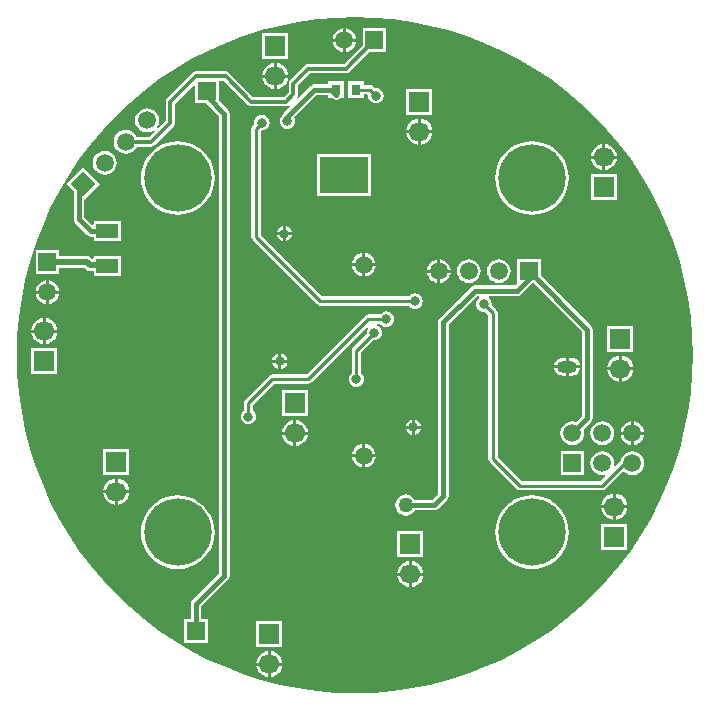
<source format=gbl>
G04 Layer_Physical_Order=2*
G04 Layer_Color=16711680*
%FSLAX24Y24*%
%MOIN*%
G70*
G01*
G75*
%ADD23C,0.0100*%
%ADD24C,0.0150*%
%ADD25C,0.0120*%
%ADD26R,0.0669X0.0669*%
%ADD27C,0.0669*%
%ADD28R,0.0591X0.0591*%
%ADD29C,0.0591*%
%ADD30C,0.2244*%
%ADD31P,0.0835X4X90.0*%
%ADD32R,0.0591X0.0591*%
%ADD33O,0.0669X0.0394*%
%ADD34C,0.0315*%
%ADD35C,0.0500*%
%ADD36R,0.0315X0.0374*%
%ADD37R,0.1600X0.1200*%
%ADD38R,0.0717X0.0457*%
%ADD39C,0.0200*%
G36*
X632Y11249D02*
X1261Y11196D01*
X1887Y11108D01*
X2507Y10984D01*
X3119Y10826D01*
X3721Y10634D01*
X4312Y10409D01*
X4888Y10151D01*
X5450Y9861D01*
X5994Y9540D01*
X6520Y9189D01*
X7025Y8809D01*
X7508Y8401D01*
X7967Y7967D01*
X8401Y7508D01*
X8809Y7025D01*
X9189Y6520D01*
X9540Y5994D01*
X9861Y5450D01*
X10151Y4888D01*
X10409Y4312D01*
X10634Y3721D01*
X10826Y3119D01*
X10984Y2507D01*
X11108Y1887D01*
X11196Y1261D01*
X11249Y632D01*
X11267Y0D01*
X11249Y-632D01*
X11196Y-1261D01*
X11108Y-1887D01*
X10984Y-2507D01*
X10826Y-3119D01*
X10634Y-3721D01*
X10409Y-4312D01*
X10151Y-4888D01*
X9861Y-5450D01*
X9540Y-5994D01*
X9189Y-6520D01*
X8809Y-7025D01*
X8401Y-7508D01*
X7967Y-7967D01*
X7508Y-8401D01*
X7025Y-8809D01*
X6520Y-9189D01*
X5994Y-9540D01*
X5450Y-9861D01*
X4888Y-10151D01*
X4312Y-10409D01*
X3721Y-10634D01*
X3119Y-10826D01*
X2507Y-10984D01*
X1887Y-11108D01*
X1261Y-11196D01*
X632Y-11249D01*
X0Y-11267D01*
X-632Y-11249D01*
X-1261Y-11196D01*
X-1887Y-11108D01*
X-2507Y-10984D01*
X-3119Y-10826D01*
X-3721Y-10634D01*
X-4312Y-10409D01*
X-4888Y-10151D01*
X-5450Y-9861D01*
X-5994Y-9540D01*
X-6520Y-9189D01*
X-7025Y-8809D01*
X-7508Y-8401D01*
X-7967Y-7967D01*
X-8401Y-7508D01*
X-8809Y-7025D01*
X-9189Y-6520D01*
X-9540Y-5994D01*
X-9861Y-5450D01*
X-10151Y-4888D01*
X-10409Y-4312D01*
X-10634Y-3721D01*
X-10826Y-3119D01*
X-10984Y-2507D01*
X-11108Y-1887D01*
X-11196Y-1261D01*
X-11249Y-632D01*
X-11267Y0D01*
X-11249Y632D01*
X-11196Y1261D01*
X-11108Y1887D01*
X-10984Y2507D01*
X-10826Y3119D01*
X-10634Y3721D01*
X-10409Y4312D01*
X-10151Y4888D01*
X-9861Y5450D01*
X-9540Y5994D01*
X-9189Y6520D01*
X-8809Y7025D01*
X-8401Y7508D01*
X-7967Y7967D01*
X-7508Y8401D01*
X-7025Y8809D01*
X-6520Y9189D01*
X-5994Y9540D01*
X-5450Y9861D01*
X-4888Y10151D01*
X-4312Y10409D01*
X-3721Y10634D01*
X-3119Y10826D01*
X-2507Y10984D01*
X-1887Y11108D01*
X-1261Y11196D01*
X-632Y11249D01*
X0Y11267D01*
X632Y11249D01*
D02*
G37*
%LPC*%
G36*
X9200Y-2208D02*
X9147Y-2215D01*
X9051Y-2255D01*
X8968Y-2318D01*
X8905Y-2401D01*
X8865Y-2497D01*
X8858Y-2550D01*
X9200D01*
Y-2208D01*
D02*
G37*
G36*
X-1950Y-2168D02*
Y-2550D01*
X-1568D01*
X-1577Y-2487D01*
X-1620Y-2381D01*
X-1690Y-2290D01*
X-1781Y-2220D01*
X-1887Y-2177D01*
X-1950Y-2168D01*
D02*
G37*
G36*
X-2050D02*
X-2113Y-2177D01*
X-2219Y-2220D01*
X-2310Y-2290D01*
X-2380Y-2381D01*
X-2423Y-2487D01*
X-2432Y-2550D01*
X-2050D01*
Y-2168D01*
D02*
G37*
G36*
X2000Y-2147D02*
Y-2350D01*
X2203D01*
X2201Y-2333D01*
X2175Y-2270D01*
X2134Y-2216D01*
X2080Y-2175D01*
X2017Y-2149D01*
X2000Y-2147D01*
D02*
G37*
G36*
X1900D02*
X1883Y-2149D01*
X1820Y-2175D01*
X1766Y-2216D01*
X1725Y-2270D01*
X1699Y-2333D01*
X1697Y-2350D01*
X1900D01*
Y-2147D01*
D02*
G37*
G36*
X9300Y-2208D02*
Y-2550D01*
X9642D01*
X9635Y-2497D01*
X9595Y-2401D01*
X9532Y-2318D01*
X9449Y-2255D01*
X9353Y-2215D01*
X9300Y-2208D01*
D02*
G37*
G36*
X2203Y-2450D02*
X2000D01*
Y-2653D01*
X2017Y-2651D01*
X2080Y-2625D01*
X2134Y-2584D01*
X2175Y-2530D01*
X2201Y-2467D01*
X2203Y-2450D01*
D02*
G37*
G36*
X8250Y-2201D02*
X8147Y-2215D01*
X8051Y-2255D01*
X7968Y-2318D01*
X7905Y-2401D01*
X7865Y-2497D01*
X7851Y-2600D01*
X7865Y-2703D01*
X7905Y-2799D01*
X7968Y-2882D01*
X8051Y-2945D01*
X8147Y-2985D01*
X8250Y-2999D01*
X8353Y-2985D01*
X8449Y-2945D01*
X8532Y-2882D01*
X8595Y-2799D01*
X8635Y-2703D01*
X8649Y-2600D01*
X8635Y-2497D01*
X8595Y-2401D01*
X8532Y-2318D01*
X8449Y-2255D01*
X8353Y-2215D01*
X8250Y-2201D01*
D02*
G37*
G36*
X-1568Y-2650D02*
X-1950D01*
Y-3032D01*
X-1887Y-3023D01*
X-1781Y-2980D01*
X-1690Y-2910D01*
X-1620Y-2819D01*
X-1577Y-2713D01*
X-1568Y-2650D01*
D02*
G37*
G36*
X-2050D02*
X-2432D01*
X-2423Y-2713D01*
X-2380Y-2819D01*
X-2310Y-2910D01*
X-2219Y-2980D01*
X-2113Y-3023D01*
X-2050Y-3032D01*
Y-2650D01*
D02*
G37*
G36*
X1900Y-2450D02*
X1697D01*
X1699Y-2467D01*
X1725Y-2530D01*
X1766Y-2584D01*
X1820Y-2625D01*
X1883Y-2651D01*
X1900Y-2653D01*
Y-2450D01*
D02*
G37*
G36*
X9642Y-2650D02*
X9300D01*
Y-2992D01*
X9353Y-2985D01*
X9449Y-2945D01*
X9532Y-2882D01*
X9595Y-2799D01*
X9635Y-2703D01*
X9642Y-2650D01*
D02*
G37*
G36*
X9200D02*
X8858D01*
X8865Y-2703D01*
X8905Y-2799D01*
X8968Y-2882D01*
X9051Y-2945D01*
X9147Y-2985D01*
X9200Y-2992D01*
Y-2650D01*
D02*
G37*
G36*
X8800Y-18D02*
X8737Y-27D01*
X8631Y-70D01*
X8540Y-140D01*
X8470Y-231D01*
X8427Y-337D01*
X8418Y-400D01*
X8800D01*
Y-18D01*
D02*
G37*
G36*
X-2247Y-250D02*
X-2450D01*
Y-453D01*
X-2433Y-451D01*
X-2370Y-425D01*
X-2316Y-384D01*
X-2275Y-330D01*
X-2249Y-267D01*
X-2247Y-250D01*
D02*
G37*
G36*
X-2550D02*
X-2753D01*
X-2751Y-267D01*
X-2725Y-330D01*
X-2684Y-384D01*
X-2630Y-425D01*
X-2567Y-451D01*
X-2550Y-453D01*
Y-250D01*
D02*
G37*
G36*
X7210Y-92D02*
X7122D01*
Y-341D01*
X7503D01*
X7499Y-313D01*
X7469Y-241D01*
X7422Y-179D01*
X7360Y-132D01*
X7287Y-102D01*
X7210Y-92D01*
D02*
G37*
G36*
X7022D02*
X6934D01*
X6857Y-102D01*
X6785Y-132D01*
X6723Y-179D01*
X6675Y-241D01*
X6645Y-313D01*
X6641Y-341D01*
X7022D01*
Y-92D01*
D02*
G37*
G36*
X8900Y-18D02*
Y-400D01*
X9282D01*
X9273Y-337D01*
X9230Y-231D01*
X9160Y-140D01*
X9069Y-70D01*
X8963Y-27D01*
X8900Y-18D01*
D02*
G37*
G36*
X-9915Y235D02*
X-10785D01*
Y-635D01*
X-9915D01*
Y235D01*
D02*
G37*
G36*
X8800Y-500D02*
X8418D01*
X8427Y-563D01*
X8470Y-669D01*
X8540Y-760D01*
X8631Y-830D01*
X8737Y-873D01*
X8800Y-882D01*
Y-500D01*
D02*
G37*
G36*
X-1565Y-1165D02*
X-2435D01*
Y-2035D01*
X-1565D01*
Y-1165D01*
D02*
G37*
G36*
X6195Y3195D02*
X5405D01*
Y2407D01*
X5326Y2328D01*
X4000D01*
X3932Y2315D01*
X3874Y2276D01*
X3874Y2276D01*
X2824Y1226D01*
X2785Y1168D01*
X2772Y1100D01*
Y-4626D01*
X2576Y-4822D01*
X2004D01*
X1950Y-4750D01*
X1877Y-4694D01*
X1791Y-4659D01*
X1700Y-4647D01*
X1609Y-4659D01*
X1523Y-4694D01*
X1450Y-4750D01*
X1394Y-4823D01*
X1359Y-4909D01*
X1347Y-5000D01*
X1359Y-5091D01*
X1394Y-5177D01*
X1450Y-5250D01*
X1523Y-5306D01*
X1609Y-5341D01*
X1700Y-5353D01*
X1791Y-5341D01*
X1877Y-5306D01*
X1950Y-5250D01*
X2004Y-5178D01*
X2650D01*
X2718Y-5165D01*
X2776Y-5126D01*
X3076Y-4826D01*
X3115Y-4768D01*
X3128Y-4700D01*
Y1026D01*
X4074Y1972D01*
X4131D01*
X4138Y1962D01*
X4130Y1894D01*
X4116Y1884D01*
X4075Y1830D01*
X4049Y1767D01*
X4040Y1700D01*
X4049Y1633D01*
X4075Y1570D01*
X4116Y1516D01*
X4170Y1475D01*
X4233Y1449D01*
X4300Y1440D01*
X4338Y1445D01*
X4447Y1337D01*
Y-3450D01*
X4459Y-3509D01*
X4492Y-3558D01*
X5392Y-4458D01*
X5441Y-4491D01*
X5500Y-4503D01*
X8250D01*
X8309Y-4491D01*
X8358Y-4458D01*
X8936Y-3880D01*
X8968Y-3882D01*
X9051Y-3945D01*
X9147Y-3985D01*
X9250Y-3999D01*
X9353Y-3985D01*
X9449Y-3945D01*
X9532Y-3882D01*
X9595Y-3799D01*
X9635Y-3703D01*
X9649Y-3600D01*
X9635Y-3497D01*
X9595Y-3401D01*
X9532Y-3318D01*
X9449Y-3255D01*
X9353Y-3215D01*
X9250Y-3201D01*
X9147Y-3215D01*
X9051Y-3255D01*
X8968Y-3318D01*
X8905Y-3401D01*
X8865Y-3497D01*
X8862Y-3522D01*
X8686Y-3697D01*
X8639Y-3674D01*
X8649Y-3600D01*
X8635Y-3497D01*
X8595Y-3401D01*
X8532Y-3318D01*
X8449Y-3255D01*
X8353Y-3215D01*
X8250Y-3201D01*
X8147Y-3215D01*
X8051Y-3255D01*
X7968Y-3318D01*
X7905Y-3401D01*
X7865Y-3497D01*
X7851Y-3600D01*
X7865Y-3703D01*
X7905Y-3799D01*
X7968Y-3882D01*
X8051Y-3945D01*
X8147Y-3985D01*
X8250Y-3999D01*
X8324Y-3989D01*
X8347Y-4036D01*
X8187Y-4197D01*
X5563D01*
X4753Y-3387D01*
Y1400D01*
X4741Y1459D01*
X4708Y1508D01*
X4555Y1662D01*
X4560Y1700D01*
X4551Y1767D01*
X4525Y1830D01*
X4484Y1884D01*
X4470Y1894D01*
X4462Y1962D01*
X4469Y1972D01*
X5400D01*
X5468Y1985D01*
X5526Y2024D01*
X5897Y2395D01*
X5953D01*
X7572Y776D01*
Y-2026D01*
X7374Y-2224D01*
X7353Y-2215D01*
X7250Y-2201D01*
X7147Y-2215D01*
X7051Y-2255D01*
X6968Y-2318D01*
X6905Y-2401D01*
X6865Y-2497D01*
X6851Y-2600D01*
X6865Y-2703D01*
X6905Y-2799D01*
X6968Y-2882D01*
X7051Y-2945D01*
X7147Y-2985D01*
X7250Y-2999D01*
X7353Y-2985D01*
X7449Y-2945D01*
X7532Y-2882D01*
X7595Y-2799D01*
X7635Y-2703D01*
X7649Y-2600D01*
X7635Y-2497D01*
X7626Y-2476D01*
X7876Y-2226D01*
X7876Y-2226D01*
X7915Y-2168D01*
X7928Y-2100D01*
X7928Y-2100D01*
Y850D01*
X7915Y918D01*
X7876Y976D01*
X7876Y976D01*
X6195Y2657D01*
Y3195D01*
D02*
G37*
G36*
X7503Y-441D02*
X7122D01*
Y-690D01*
X7210D01*
X7287Y-680D01*
X7360Y-650D01*
X7422Y-603D01*
X7469Y-541D01*
X7499Y-468D01*
X7503Y-441D01*
D02*
G37*
G36*
X7022D02*
X6641D01*
X6645Y-468D01*
X6675Y-541D01*
X6723Y-603D01*
X6785Y-650D01*
X6857Y-680D01*
X6934Y-690D01*
X7022D01*
Y-441D01*
D02*
G37*
G36*
X9282Y-500D02*
X8900D01*
Y-882D01*
X8963Y-873D01*
X9069Y-830D01*
X9160Y-760D01*
X9230Y-669D01*
X9273Y-563D01*
X9282Y-500D01*
D02*
G37*
G36*
X350Y-2961D02*
Y-3304D01*
X693D01*
X685Y-3250D01*
X646Y-3154D01*
X582Y-3072D01*
X500Y-3008D01*
X404Y-2968D01*
X350Y-2961D01*
D02*
G37*
G36*
X-5906Y-4680D02*
X-6097Y-4695D01*
X-6284Y-4740D01*
X-6462Y-4813D01*
X-6626Y-4914D01*
X-6772Y-5039D01*
X-6897Y-5185D01*
X-6998Y-5349D01*
X-7071Y-5527D01*
X-7116Y-5714D01*
X-7131Y-5906D01*
X-7116Y-6097D01*
X-7071Y-6284D01*
X-6998Y-6462D01*
X-6897Y-6626D01*
X-6772Y-6772D01*
X-6626Y-6897D01*
X-6462Y-6998D01*
X-6284Y-7071D01*
X-6097Y-7116D01*
X-5906Y-7131D01*
X-5714Y-7116D01*
X-5527Y-7071D01*
X-5349Y-6998D01*
X-5185Y-6897D01*
X-5039Y-6772D01*
X-4914Y-6626D01*
X-4813Y-6462D01*
X-4740Y-6284D01*
X-4695Y-6097D01*
X-4680Y-5906D01*
X-4695Y-5714D01*
X-4740Y-5527D01*
X-4813Y-5349D01*
X-4914Y-5185D01*
X-5039Y-5039D01*
X-5185Y-4914D01*
X-5349Y-4813D01*
X-5527Y-4740D01*
X-5714Y-4695D01*
X-5906Y-4680D01*
D02*
G37*
G36*
X1900Y-6868D02*
Y-7250D01*
X2282D01*
X2273Y-7187D01*
X2230Y-7081D01*
X2160Y-6990D01*
X2069Y-6920D01*
X1963Y-6877D01*
X1900Y-6868D01*
D02*
G37*
G36*
X1800D02*
X1737Y-6877D01*
X1631Y-6920D01*
X1540Y-6990D01*
X1470Y-7081D01*
X1427Y-7187D01*
X1418Y-7250D01*
X1800D01*
Y-6868D01*
D02*
G37*
G36*
X9085Y-5615D02*
X8215D01*
Y-6485D01*
X9085D01*
Y-5615D01*
D02*
G37*
G36*
X2285Y-5865D02*
X1415D01*
Y-6735D01*
X2285D01*
Y-5865D01*
D02*
G37*
G36*
X5906Y-4680D02*
X5714Y-4695D01*
X5527Y-4740D01*
X5349Y-4813D01*
X5185Y-4914D01*
X5039Y-5039D01*
X4914Y-5185D01*
X4813Y-5349D01*
X4740Y-5527D01*
X4695Y-5714D01*
X4680Y-5906D01*
X4695Y-6097D01*
X4740Y-6284D01*
X4813Y-6462D01*
X4914Y-6626D01*
X5039Y-6772D01*
X5185Y-6897D01*
X5349Y-6998D01*
X5527Y-7071D01*
X5714Y-7116D01*
X5906Y-7131D01*
X6097Y-7116D01*
X6284Y-7071D01*
X6462Y-6998D01*
X6626Y-6897D01*
X6772Y-6772D01*
X6897Y-6626D01*
X6998Y-6462D01*
X7071Y-6284D01*
X7116Y-6097D01*
X7131Y-5906D01*
X7116Y-5714D01*
X7071Y-5527D01*
X6998Y-5349D01*
X6897Y-5185D01*
X6772Y-5039D01*
X6626Y-4914D01*
X6462Y-4813D01*
X6284Y-4740D01*
X6097Y-4695D01*
X5906Y-4680D01*
D02*
G37*
G36*
X2282Y-7350D02*
X1900D01*
Y-7732D01*
X1963Y-7723D01*
X2069Y-7680D01*
X2160Y-7610D01*
X2230Y-7519D01*
X2273Y-7413D01*
X2282Y-7350D01*
D02*
G37*
G36*
X-2900Y-9868D02*
X-2963Y-9877D01*
X-3069Y-9920D01*
X-3160Y-9990D01*
X-3230Y-10081D01*
X-3273Y-10187D01*
X-3282Y-10250D01*
X-2900D01*
Y-9868D01*
D02*
G37*
G36*
X-2418Y-10350D02*
X-2800D01*
Y-10732D01*
X-2737Y-10723D01*
X-2631Y-10680D01*
X-2540Y-10610D01*
X-2470Y-10519D01*
X-2427Y-10413D01*
X-2418Y-10350D01*
D02*
G37*
G36*
X-2900D02*
X-3282D01*
X-3273Y-10413D01*
X-3230Y-10519D01*
X-3160Y-10610D01*
X-3069Y-10680D01*
X-2963Y-10723D01*
X-2900Y-10732D01*
Y-10350D01*
D02*
G37*
G36*
X1800Y-7350D02*
X1418D01*
X1427Y-7413D01*
X1470Y-7519D01*
X1540Y-7610D01*
X1631Y-7680D01*
X1737Y-7723D01*
X1800Y-7732D01*
Y-7350D01*
D02*
G37*
G36*
X-2415Y-8865D02*
X-3285D01*
Y-9735D01*
X-2415D01*
Y-8865D01*
D02*
G37*
G36*
X-2800Y-9868D02*
Y-10250D01*
X-2418D01*
X-2427Y-10187D01*
X-2470Y-10081D01*
X-2540Y-9990D01*
X-2631Y-9920D01*
X-2737Y-9877D01*
X-2800Y-9868D01*
D02*
G37*
G36*
X-7515Y-3115D02*
X-8385D01*
Y-3985D01*
X-7515D01*
Y-3115D01*
D02*
G37*
G36*
X7645Y-3205D02*
X6855D01*
Y-3995D01*
X7645D01*
Y-3205D01*
D02*
G37*
G36*
X-7900Y-4118D02*
Y-4500D01*
X-7518D01*
X-7527Y-4437D01*
X-7570Y-4331D01*
X-7640Y-4240D01*
X-7731Y-4170D01*
X-7837Y-4127D01*
X-7900Y-4118D01*
D02*
G37*
G36*
X250Y-2961D02*
X197Y-2968D01*
X101Y-3008D01*
X18Y-3072D01*
X-45Y-3154D01*
X-85Y-3250D01*
X-92Y-3304D01*
X250D01*
Y-2961D01*
D02*
G37*
G36*
Y-3404D02*
X-92D01*
X-85Y-3457D01*
X-45Y-3553D01*
X18Y-3635D01*
X101Y-3699D01*
X197Y-3739D01*
X250Y-3746D01*
Y-3404D01*
D02*
G37*
G36*
X693D02*
X350D01*
Y-3746D01*
X404Y-3739D01*
X500Y-3699D01*
X582Y-3635D01*
X646Y-3553D01*
X685Y-3457D01*
X693Y-3404D01*
D02*
G37*
G36*
X-8000Y-4118D02*
X-8063Y-4127D01*
X-8169Y-4170D01*
X-8260Y-4240D01*
X-8330Y-4331D01*
X-8373Y-4437D01*
X-8382Y-4500D01*
X-8000D01*
Y-4118D01*
D02*
G37*
G36*
X8600Y-4618D02*
X8537Y-4627D01*
X8431Y-4670D01*
X8340Y-4740D01*
X8270Y-4831D01*
X8227Y-4937D01*
X8218Y-5000D01*
X8600D01*
Y-4618D01*
D02*
G37*
G36*
X9082Y-5100D02*
X8700D01*
Y-5482D01*
X8763Y-5473D01*
X8869Y-5430D01*
X8960Y-5360D01*
X9030Y-5269D01*
X9073Y-5163D01*
X9082Y-5100D01*
D02*
G37*
G36*
X8600D02*
X8218D01*
X8227Y-5163D01*
X8270Y-5269D01*
X8340Y-5360D01*
X8431Y-5430D01*
X8537Y-5473D01*
X8600Y-5482D01*
Y-5100D01*
D02*
G37*
G36*
X-7518Y-4600D02*
X-7900D01*
Y-4982D01*
X-7837Y-4973D01*
X-7731Y-4930D01*
X-7640Y-4860D01*
X-7570Y-4769D01*
X-7527Y-4663D01*
X-7518Y-4600D01*
D02*
G37*
G36*
X-8000D02*
X-8382D01*
X-8373Y-4663D01*
X-8330Y-4769D01*
X-8260Y-4860D01*
X-8169Y-4930D01*
X-8063Y-4973D01*
X-8000Y-4982D01*
Y-4600D01*
D02*
G37*
G36*
X8700Y-4618D02*
Y-5000D01*
X9082D01*
X9073Y-4937D01*
X9030Y-4831D01*
X8960Y-4740D01*
X8869Y-4670D01*
X8763Y-4627D01*
X8700Y-4618D01*
D02*
G37*
G36*
X8250Y7032D02*
X8187Y7023D01*
X8081Y6980D01*
X7990Y6910D01*
X7920Y6819D01*
X7877Y6713D01*
X7868Y6650D01*
X8250D01*
Y7032D01*
D02*
G37*
G36*
X8732Y6550D02*
X8350D01*
Y6168D01*
X8413Y6177D01*
X8519Y6220D01*
X8610Y6290D01*
X8680Y6381D01*
X8723Y6487D01*
X8732Y6550D01*
D02*
G37*
G36*
X8250D02*
X7868D01*
X7877Y6487D01*
X7920Y6381D01*
X7990Y6290D01*
X8081Y6220D01*
X8187Y6177D01*
X8250Y6168D01*
Y6550D01*
D02*
G37*
G36*
X2582Y7400D02*
X2200D01*
Y7018D01*
X2263Y7027D01*
X2369Y7070D01*
X2460Y7140D01*
X2530Y7231D01*
X2573Y7337D01*
X2582Y7400D01*
D02*
G37*
G36*
X2100D02*
X1718D01*
X1727Y7337D01*
X1770Y7231D01*
X1840Y7140D01*
X1931Y7070D01*
X2037Y7027D01*
X2100Y7018D01*
Y7400D01*
D02*
G37*
G36*
X8350Y7032D02*
Y6650D01*
X8732D01*
X8723Y6713D01*
X8680Y6819D01*
X8610Y6910D01*
X8519Y6980D01*
X8413Y7023D01*
X8350Y7032D01*
D02*
G37*
G36*
X-8343Y6806D02*
X-8446Y6792D01*
X-8542Y6752D01*
X-8625Y6689D01*
X-8688Y6606D01*
X-8728Y6510D01*
X-8742Y6407D01*
X-8728Y6304D01*
X-8688Y6208D01*
X-8625Y6125D01*
X-8542Y6062D01*
X-8446Y6022D01*
X-8343Y6008D01*
X-8240Y6022D01*
X-8144Y6062D01*
X-8061Y6125D01*
X-7998Y6208D01*
X-7958Y6304D01*
X-7944Y6407D01*
X-7958Y6510D01*
X-7998Y6606D01*
X-8061Y6689D01*
X-8144Y6752D01*
X-8240Y6792D01*
X-8343Y6806D01*
D02*
G37*
G36*
X-5906Y7131D02*
X-6097Y7116D01*
X-6284Y7071D01*
X-6462Y6998D01*
X-6626Y6897D01*
X-6772Y6772D01*
X-6897Y6626D01*
X-6998Y6462D01*
X-7071Y6284D01*
X-7116Y6097D01*
X-7131Y5906D01*
X-7116Y5714D01*
X-7071Y5527D01*
X-6998Y5349D01*
X-6897Y5185D01*
X-6772Y5039D01*
X-6626Y4914D01*
X-6462Y4813D01*
X-6284Y4740D01*
X-6097Y4695D01*
X-5906Y4680D01*
X-5714Y4695D01*
X-5527Y4740D01*
X-5349Y4813D01*
X-5185Y4914D01*
X-5039Y5039D01*
X-4914Y5185D01*
X-4813Y5349D01*
X-4740Y5527D01*
X-4695Y5714D01*
X-4680Y5906D01*
X-4695Y6097D01*
X-4740Y6284D01*
X-4813Y6462D01*
X-4914Y6626D01*
X-5039Y6772D01*
X-5185Y6897D01*
X-5349Y6998D01*
X-5527Y7071D01*
X-5714Y7116D01*
X-5906Y7131D01*
D02*
G37*
G36*
X-2300Y4303D02*
Y4100D01*
X-2097D01*
X-2099Y4117D01*
X-2125Y4180D01*
X-2166Y4234D01*
X-2220Y4275D01*
X-2283Y4301D01*
X-2300Y4303D01*
D02*
G37*
G36*
X-2400D02*
X-2417Y4301D01*
X-2480Y4275D01*
X-2534Y4234D01*
X-2575Y4180D01*
X-2601Y4117D01*
X-2603Y4100D01*
X-2400D01*
Y4303D01*
D02*
G37*
G36*
X550Y6700D02*
X-1250D01*
Y5300D01*
X550D01*
Y6700D01*
D02*
G37*
G36*
X8735Y6035D02*
X7865D01*
Y5165D01*
X8735D01*
Y6035D01*
D02*
G37*
G36*
X5906Y7131D02*
X5714Y7116D01*
X5527Y7071D01*
X5349Y6998D01*
X5185Y6897D01*
X5039Y6772D01*
X4914Y6626D01*
X4813Y6462D01*
X4740Y6284D01*
X4695Y6097D01*
X4680Y5906D01*
X4695Y5714D01*
X4740Y5527D01*
X4813Y5349D01*
X4914Y5185D01*
X5039Y5039D01*
X5185Y4914D01*
X5349Y4813D01*
X5527Y4740D01*
X5714Y4695D01*
X5906Y4680D01*
X6097Y4695D01*
X6284Y4740D01*
X6462Y4813D01*
X6626Y4914D01*
X6772Y5039D01*
X6897Y5185D01*
X6998Y5349D01*
X7071Y5527D01*
X7116Y5714D01*
X7131Y5906D01*
X7116Y6097D01*
X7071Y6284D01*
X6998Y6462D01*
X6897Y6626D01*
X6772Y6772D01*
X6626Y6897D01*
X6462Y6998D01*
X6284Y7071D01*
X6097Y7116D01*
X5906Y7131D01*
D02*
G37*
G36*
X2100Y7882D02*
X2037Y7873D01*
X1931Y7830D01*
X1840Y7760D01*
X1770Y7669D01*
X1727Y7563D01*
X1718Y7500D01*
X2100D01*
Y7882D01*
D02*
G37*
G36*
X-400Y10450D02*
X-742D01*
X-735Y10397D01*
X-695Y10301D01*
X-632Y10218D01*
X-549Y10155D01*
X-453Y10115D01*
X-400Y10108D01*
Y10450D01*
D02*
G37*
G36*
X-2215Y10735D02*
X-3085D01*
Y9865D01*
X-2215D01*
Y10735D01*
D02*
G37*
G36*
X-2600Y9732D02*
Y9350D01*
X-2218D01*
X-2227Y9413D01*
X-2270Y9519D01*
X-2340Y9610D01*
X-2431Y9680D01*
X-2537Y9723D01*
X-2600Y9732D01*
D02*
G37*
G36*
X-300Y10892D02*
Y10550D01*
X42D01*
X35Y10603D01*
X-5Y10699D01*
X-68Y10782D01*
X-151Y10845D01*
X-247Y10885D01*
X-300Y10892D01*
D02*
G37*
G36*
X-400D02*
X-453Y10885D01*
X-549Y10845D01*
X-632Y10782D01*
X-695Y10699D01*
X-735Y10603D01*
X-742Y10550D01*
X-400D01*
Y10892D01*
D02*
G37*
G36*
X42Y10450D02*
X-300D01*
Y10108D01*
X-247Y10115D01*
X-151Y10155D01*
X-68Y10218D01*
X-5Y10301D01*
X35Y10397D01*
X42Y10450D01*
D02*
G37*
G36*
X-2700Y9732D02*
X-2763Y9723D01*
X-2869Y9680D01*
X-2960Y9610D01*
X-3030Y9519D01*
X-3073Y9413D01*
X-3082Y9350D01*
X-2700D01*
Y9732D01*
D02*
G37*
G36*
X292Y9137D02*
X-223D01*
Y8563D01*
X292D01*
Y8697D01*
X397D01*
X440Y8650D01*
X449Y8583D01*
X475Y8520D01*
X516Y8466D01*
X570Y8425D01*
X633Y8399D01*
X700Y8390D01*
X767Y8399D01*
X830Y8425D01*
X884Y8466D01*
X925Y8520D01*
X951Y8583D01*
X960Y8650D01*
X951Y8717D01*
X925Y8780D01*
X884Y8834D01*
X830Y8875D01*
X767Y8901D01*
X700Y8910D01*
X662Y8905D01*
X608Y8958D01*
X559Y8991D01*
X500Y9003D01*
X292D01*
Y9137D01*
D02*
G37*
G36*
X2585Y8885D02*
X1715D01*
Y8015D01*
X2585D01*
Y8885D01*
D02*
G37*
G36*
X2200Y7882D02*
Y7500D01*
X2582D01*
X2573Y7563D01*
X2530Y7669D01*
X2460Y7760D01*
X2369Y7830D01*
X2263Y7873D01*
X2200Y7882D01*
D02*
G37*
G36*
X-2218Y9250D02*
X-2600D01*
Y8868D01*
X-2537Y8877D01*
X-2431Y8920D01*
X-2340Y8990D01*
X-2270Y9081D01*
X-2227Y9187D01*
X-2218Y9250D01*
D02*
G37*
G36*
X-2700D02*
X-3082D01*
X-3073Y9187D01*
X-3030Y9081D01*
X-2960Y8990D01*
X-2869Y8920D01*
X-2763Y8877D01*
X-2700Y8868D01*
Y9250D01*
D02*
G37*
G36*
X1045Y10895D02*
X255D01*
Y10335D01*
X-368Y9713D01*
X-1550D01*
X-1612Y9701D01*
X-1665Y9665D01*
X-2165Y9165D01*
X-2201Y9112D01*
X-2213Y9050D01*
Y8768D01*
X-2368Y8613D01*
X-3382D01*
X-4185Y9415D01*
X-4238Y9451D01*
X-4300Y9463D01*
X-5300D01*
X-5300Y9463D01*
X-5362Y9451D01*
X-5415Y9415D01*
X-6265Y8565D01*
X-6301Y8512D01*
X-6313Y8450D01*
Y7818D01*
X-6559Y7572D01*
X-6596Y7605D01*
X-6583Y7622D01*
X-6544Y7718D01*
X-6530Y7821D01*
X-6544Y7925D01*
X-6583Y8021D01*
X-6647Y8103D01*
X-6729Y8167D01*
X-6825Y8206D01*
X-6929Y8220D01*
X-7032Y8206D01*
X-7128Y8167D01*
X-7211Y8103D01*
X-7274Y8021D01*
X-7314Y7925D01*
X-7327Y7821D01*
X-7314Y7718D01*
X-7274Y7622D01*
X-7211Y7539D01*
X-7128Y7476D01*
X-7032Y7436D01*
X-6929Y7423D01*
X-6825Y7436D01*
X-6729Y7476D01*
X-6712Y7489D01*
X-6679Y7451D01*
X-6853Y7277D01*
X-7276D01*
X-7291Y7314D01*
X-7354Y7396D01*
X-7436Y7459D01*
X-7533Y7499D01*
X-7636Y7513D01*
X-7739Y7499D01*
X-7835Y7459D01*
X-7918Y7396D01*
X-7981Y7314D01*
X-8021Y7217D01*
X-8034Y7114D01*
X-8021Y7011D01*
X-7981Y6915D01*
X-7918Y6832D01*
X-7835Y6769D01*
X-7739Y6729D01*
X-7636Y6716D01*
X-7533Y6729D01*
X-7436Y6769D01*
X-7354Y6832D01*
X-7291Y6915D01*
X-7276Y6951D01*
X-6786D01*
X-6723Y6963D01*
X-6670Y6999D01*
X-6035Y7635D01*
X-5999Y7688D01*
X-5987Y7750D01*
Y8382D01*
X-5377Y8992D01*
X-5331Y8973D01*
Y8397D01*
X-4949D01*
X-4528Y7976D01*
Y-7276D01*
X-5426Y-8174D01*
X-5465Y-8232D01*
X-5478Y-8300D01*
Y-8805D01*
X-5695D01*
Y-9595D01*
X-4905D01*
Y-8805D01*
X-5122D01*
Y-8374D01*
X-4224Y-7476D01*
X-4185Y-7418D01*
X-4172Y-7350D01*
X-4172Y-7350D01*
Y8050D01*
X-4185Y8118D01*
X-4224Y8176D01*
X-4224Y8176D01*
X-4541Y8493D01*
Y9137D01*
X-4368D01*
X-3565Y8335D01*
X-3512Y8299D01*
X-3450Y8287D01*
X-3450Y8287D01*
X-2300D01*
X-2238Y8299D01*
X-2196Y8327D01*
X-2164Y8288D01*
X-2376Y8076D01*
X-2415Y8018D01*
X-2420Y7994D01*
X-2434Y7984D01*
X-2475Y7930D01*
X-2501Y7867D01*
X-2510Y7800D01*
X-2501Y7733D01*
X-2475Y7670D01*
X-2434Y7616D01*
X-2380Y7575D01*
X-2317Y7549D01*
X-2250Y7540D01*
X-2183Y7549D01*
X-2120Y7575D01*
X-2066Y7616D01*
X-2025Y7670D01*
X-1999Y7733D01*
X-1990Y7800D01*
X-1999Y7867D01*
X-2023Y7925D01*
X-1276Y8672D01*
X-892D01*
Y8563D01*
X-746D01*
X-742Y8558D01*
X-684Y8520D01*
X-615Y8506D01*
X-547Y8520D01*
X-489Y8558D01*
X-486Y8563D01*
X-377D01*
Y9137D01*
X-892D01*
Y9028D01*
X-1350D01*
X-1418Y9015D01*
X-1476Y8976D01*
X-1888Y8564D01*
X-1927Y8596D01*
X-1899Y8638D01*
X-1887Y8700D01*
Y8982D01*
X-1482Y9387D01*
X-300D01*
X-238Y9399D01*
X-185Y9435D01*
X485Y10105D01*
X1045D01*
Y10895D01*
D02*
G37*
G36*
X-10300Y2050D02*
X-10642D01*
X-10635Y1997D01*
X-10595Y1901D01*
X-10532Y1818D01*
X-10449Y1755D01*
X-10353Y1715D01*
X-10300Y1708D01*
Y2050D01*
D02*
G37*
G36*
X-3100Y8010D02*
X-3167Y8001D01*
X-3230Y7975D01*
X-3284Y7934D01*
X-3325Y7880D01*
X-3351Y7817D01*
X-3360Y7750D01*
X-3355Y7712D01*
X-3408Y7658D01*
X-3441Y7609D01*
X-3453Y7550D01*
Y3950D01*
X-3441Y3891D01*
X-3408Y3842D01*
X-1258Y1692D01*
X-1209Y1659D01*
X-1150Y1647D01*
X1793D01*
X1816Y1616D01*
X1870Y1575D01*
X1933Y1549D01*
X2000Y1540D01*
X2067Y1549D01*
X2130Y1575D01*
X2184Y1616D01*
X2225Y1670D01*
X2251Y1733D01*
X2260Y1800D01*
X2251Y1867D01*
X2225Y1930D01*
X2184Y1984D01*
X2130Y2025D01*
X2067Y2051D01*
X2000Y2060D01*
X1933Y2051D01*
X1870Y2025D01*
X1816Y1984D01*
X1793Y1953D01*
X-1087D01*
X-3147Y4013D01*
Y7447D01*
X-3100Y7490D01*
X-3033Y7499D01*
X-2970Y7525D01*
X-2916Y7566D01*
X-2875Y7620D01*
X-2849Y7683D01*
X-2840Y7750D01*
X-2849Y7817D01*
X-2875Y7880D01*
X-2916Y7934D01*
X-2970Y7975D01*
X-3033Y8001D01*
X-3100Y8010D01*
D02*
G37*
G36*
X1050Y1460D02*
X983Y1451D01*
X920Y1425D01*
X866Y1384D01*
X843Y1353D01*
X450D01*
X391Y1341D01*
X342Y1308D01*
X-1613Y-647D01*
X-2750D01*
X-2809Y-659D01*
X-2858Y-692D01*
X-3658Y-1492D01*
X-3691Y-1541D01*
X-3703Y-1600D01*
Y-1843D01*
X-3734Y-1866D01*
X-3775Y-1920D01*
X-3801Y-1983D01*
X-3810Y-2050D01*
X-3801Y-2117D01*
X-3775Y-2180D01*
X-3734Y-2234D01*
X-3680Y-2275D01*
X-3617Y-2301D01*
X-3550Y-2310D01*
X-3483Y-2301D01*
X-3420Y-2275D01*
X-3366Y-2234D01*
X-3325Y-2180D01*
X-3299Y-2117D01*
X-3290Y-2050D01*
X-3299Y-1983D01*
X-3325Y-1920D01*
X-3366Y-1866D01*
X-3397Y-1843D01*
Y-1663D01*
X-2687Y-953D01*
X-1550D01*
X-1491Y-941D01*
X-1442Y-908D01*
X415Y948D01*
X452Y915D01*
X451Y913D01*
X425Y880D01*
X399Y817D01*
X390Y750D01*
X395Y712D01*
X-58Y258D01*
X-91Y209D01*
X-103Y150D01*
Y-593D01*
X-134Y-616D01*
X-175Y-670D01*
X-201Y-733D01*
X-210Y-800D01*
X-201Y-867D01*
X-175Y-930D01*
X-134Y-984D01*
X-80Y-1025D01*
X-17Y-1051D01*
X50Y-1060D01*
X117Y-1051D01*
X180Y-1025D01*
X234Y-984D01*
X275Y-930D01*
X301Y-867D01*
X310Y-800D01*
X301Y-733D01*
X275Y-670D01*
X234Y-616D01*
X203Y-593D01*
Y87D01*
X612Y495D01*
X650Y490D01*
X717Y499D01*
X780Y525D01*
X834Y566D01*
X875Y620D01*
X901Y683D01*
X910Y750D01*
X901Y817D01*
X875Y880D01*
X834Y934D01*
X780Y975D01*
X717Y1001D01*
X730Y1047D01*
X843D01*
X866Y1016D01*
X920Y975D01*
X983Y949D01*
X1050Y940D01*
X1117Y949D01*
X1180Y975D01*
X1234Y1016D01*
X1275Y1070D01*
X1301Y1133D01*
X1310Y1200D01*
X1301Y1267D01*
X1275Y1330D01*
X1234Y1384D01*
X1180Y1425D01*
X1117Y1451D01*
X1050Y1460D01*
D02*
G37*
G36*
X-10200Y2492D02*
Y2150D01*
X-9858D01*
X-9865Y2203D01*
X-9905Y2299D01*
X-9968Y2382D01*
X-10051Y2445D01*
X-10147Y2485D01*
X-10200Y2492D01*
D02*
G37*
G36*
X-10300D02*
X-10353Y2485D01*
X-10449Y2445D01*
X-10532Y2382D01*
X-10595Y2299D01*
X-10635Y2203D01*
X-10642Y2150D01*
X-10300D01*
Y2492D01*
D02*
G37*
G36*
X-9858Y2050D02*
X-10200D01*
Y1708D01*
X-10147Y1715D01*
X-10051Y1755D01*
X-9968Y1818D01*
X-9905Y1901D01*
X-9865Y1997D01*
X-9858Y2050D01*
D02*
G37*
G36*
X-10300Y1232D02*
Y850D01*
X-9918D01*
X-9927Y913D01*
X-9970Y1019D01*
X-10040Y1110D01*
X-10131Y1180D01*
X-10237Y1223D01*
X-10300Y1232D01*
D02*
G37*
G36*
X9285Y985D02*
X8415D01*
Y115D01*
X9285D01*
Y985D01*
D02*
G37*
G36*
X-2450Y53D02*
Y-150D01*
X-2247D01*
X-2249Y-133D01*
X-2275Y-70D01*
X-2316Y-16D01*
X-2370Y25D01*
X-2433Y51D01*
X-2450Y53D01*
D02*
G37*
G36*
X-2550D02*
X-2567Y51D01*
X-2630Y25D01*
X-2684Y-16D01*
X-2725Y-70D01*
X-2751Y-133D01*
X-2753Y-150D01*
X-2550D01*
Y53D01*
D02*
G37*
G36*
X-10400Y1232D02*
X-10463Y1223D01*
X-10569Y1180D01*
X-10660Y1110D01*
X-10730Y1019D01*
X-10773Y913D01*
X-10782Y850D01*
X-10400D01*
Y1232D01*
D02*
G37*
G36*
X-9918Y750D02*
X-10300D01*
Y368D01*
X-10237Y377D01*
X-10131Y420D01*
X-10040Y490D01*
X-9970Y581D01*
X-9927Y687D01*
X-9918Y750D01*
D02*
G37*
G36*
X-10400D02*
X-10782D01*
X-10773Y687D01*
X-10730Y581D01*
X-10660Y490D01*
X-10569Y420D01*
X-10463Y377D01*
X-10400Y368D01*
Y750D01*
D02*
G37*
G36*
X3800Y3199D02*
X3697Y3185D01*
X3601Y3145D01*
X3518Y3082D01*
X3455Y2999D01*
X3415Y2903D01*
X3401Y2800D01*
X3415Y2697D01*
X3455Y2601D01*
X3518Y2518D01*
X3601Y2455D01*
X3697Y2415D01*
X3800Y2401D01*
X3903Y2415D01*
X3999Y2455D01*
X4082Y2518D01*
X4145Y2601D01*
X4185Y2697D01*
X4199Y2800D01*
X4185Y2903D01*
X4145Y2999D01*
X4082Y3082D01*
X3999Y3145D01*
X3903Y3185D01*
X3800Y3199D01*
D02*
G37*
G36*
X350Y3407D02*
Y3065D01*
X693D01*
X685Y3118D01*
X646Y3214D01*
X582Y3296D01*
X500Y3360D01*
X404Y3400D01*
X350Y3407D01*
D02*
G37*
G36*
X250D02*
X197Y3400D01*
X101Y3360D01*
X18Y3296D01*
X-45Y3214D01*
X-85Y3118D01*
X-92Y3065D01*
X250D01*
Y3407D01*
D02*
G37*
G36*
X2850Y3192D02*
Y2850D01*
X3192D01*
X3185Y2903D01*
X3145Y2999D01*
X3082Y3082D01*
X2999Y3145D01*
X2903Y3185D01*
X2850Y3192D01*
D02*
G37*
G36*
X-9050Y6259D02*
X-9609Y5700D01*
X-9378Y5469D01*
Y4531D01*
X-9365Y4462D01*
X-9326Y4405D01*
X-8926Y4005D01*
X-8926Y4005D01*
X-8868Y3966D01*
X-8800Y3952D01*
X-8708D01*
Y3802D01*
X-7792D01*
Y4459D01*
X-8708D01*
Y4362D01*
X-8758Y4341D01*
X-9022Y4605D01*
Y5169D01*
X-8491Y5700D01*
X-9050Y6259D01*
D02*
G37*
G36*
X-2097Y4000D02*
X-2300D01*
Y3797D01*
X-2283Y3799D01*
X-2220Y3825D01*
X-2166Y3866D01*
X-2125Y3920D01*
X-2099Y3983D01*
X-2097Y4000D01*
D02*
G37*
G36*
X-2400D02*
X-2603D01*
X-2601Y3983D01*
X-2575Y3920D01*
X-2534Y3866D01*
X-2480Y3825D01*
X-2417Y3799D01*
X-2400Y3797D01*
Y4000D01*
D02*
G37*
G36*
X2750Y3192D02*
X2697Y3185D01*
X2601Y3145D01*
X2518Y3082D01*
X2455Y2999D01*
X2415Y2903D01*
X2408Y2850D01*
X2750D01*
Y3192D01*
D02*
G37*
G36*
X3192Y2750D02*
X2850D01*
Y2408D01*
X2903Y2415D01*
X2999Y2455D01*
X3082Y2518D01*
X3145Y2601D01*
X3185Y2697D01*
X3192Y2750D01*
D02*
G37*
G36*
X2750D02*
X2408D01*
X2415Y2697D01*
X2455Y2601D01*
X2518Y2518D01*
X2601Y2455D01*
X2697Y2415D01*
X2750Y2408D01*
Y2750D01*
D02*
G37*
G36*
X4800Y3199D02*
X4697Y3185D01*
X4601Y3145D01*
X4518Y3082D01*
X4455Y2999D01*
X4415Y2903D01*
X4401Y2800D01*
X4415Y2697D01*
X4455Y2601D01*
X4518Y2518D01*
X4601Y2455D01*
X4697Y2415D01*
X4800Y2401D01*
X4903Y2415D01*
X4999Y2455D01*
X5082Y2518D01*
X5145Y2601D01*
X5185Y2697D01*
X5199Y2800D01*
X5185Y2903D01*
X5145Y2999D01*
X5082Y3082D01*
X4999Y3145D01*
X4903Y3185D01*
X4800Y3199D01*
D02*
G37*
G36*
X-9855Y3495D02*
X-10645D01*
Y2705D01*
X-9855D01*
Y2896D01*
X-9015D01*
X-8975Y2856D01*
X-8909Y2812D01*
X-8831Y2796D01*
X-8708D01*
Y2641D01*
X-7792D01*
Y3298D01*
X-8708D01*
Y3233D01*
X-8758Y3216D01*
X-8787Y3244D01*
X-8853Y3288D01*
X-8931Y3304D01*
X-9855D01*
Y3495D01*
D02*
G37*
G36*
X693Y2965D02*
X350D01*
Y2622D01*
X404Y2629D01*
X500Y2669D01*
X582Y2733D01*
X646Y2815D01*
X685Y2911D01*
X693Y2965D01*
D02*
G37*
G36*
X250D02*
X-92D01*
X-85Y2911D01*
X-45Y2815D01*
X18Y2733D01*
X101Y2669D01*
X197Y2629D01*
X250Y2622D01*
Y2965D01*
D02*
G37*
%LPD*%
D23*
X50Y150D02*
X650Y750D01*
X50Y-700D02*
Y150D01*
X-1550Y-800D02*
X450Y1200D01*
X-2750Y-800D02*
X-1550D01*
X-3550Y-1600D02*
X-2750Y-800D01*
X4600Y-3450D02*
X5500Y-4350D01*
X8250D02*
X9000Y-3600D01*
X5500Y-4350D02*
X8250D01*
X4300Y1700D02*
X4600Y1400D01*
Y-3450D02*
Y1400D01*
X-3550Y-2050D02*
Y-1600D01*
X450Y1200D02*
X1050D01*
X9000Y-3600D02*
X9250D01*
X-1150Y1800D02*
X2000D01*
X-3300Y3950D02*
X-1150Y1800D01*
X-3300Y3950D02*
Y7550D01*
X-3100Y7750D01*
X500Y8850D02*
X700Y8650D01*
X35Y8850D02*
X500D01*
D24*
X5800Y2550D02*
Y2800D01*
X5400Y2150D02*
X5800Y2550D01*
X4000Y2150D02*
X5400D01*
X2950Y1100D02*
X4000Y2150D01*
X2950Y-4700D02*
Y1100D01*
X2650Y-5000D02*
X2950Y-4700D01*
X1700Y-5000D02*
X2650D01*
X5800Y2800D02*
X7750Y850D01*
Y-2100D02*
Y850D01*
X7250Y-2600D02*
X7750Y-2100D01*
X-4936Y8636D02*
Y8792D01*
Y8636D02*
X-4350Y8050D01*
Y-7350D02*
Y8050D01*
X-5300Y-8300D02*
X-4350Y-7350D01*
X-5300Y-9200D02*
Y-8300D01*
X-2250Y7800D02*
Y7950D01*
X-1350Y8850D01*
X-781D01*
X-9200Y4531D02*
X-8800Y4131D01*
X-9200Y4531D02*
Y5550D01*
X-9050Y5700D01*
X-8800Y4131D02*
X-8250D01*
X-781Y8850D02*
X-615Y8685D01*
Y8950D01*
D25*
X-7636Y7114D02*
X-6786D01*
X-6150Y7750D01*
X-1550Y9550D02*
X-300D01*
X-2050Y9050D02*
X-1550Y9550D01*
X-3450Y8450D02*
X-2300D01*
X-2050Y8700D01*
Y9050D01*
X-4300Y9300D02*
X-3450Y8450D01*
X-6150Y7750D02*
Y8450D01*
X-5300Y9300D01*
X-4300D01*
X-300Y9550D02*
X650Y10500D01*
D26*
X-2850Y-9300D02*
D03*
X-2000Y-1600D02*
D03*
X2150Y8450D02*
D03*
X8850Y550D02*
D03*
X8650Y-6050D02*
D03*
X-7950Y-3550D02*
D03*
X8300Y5600D02*
D03*
X-10350Y-200D02*
D03*
X-2650Y10300D02*
D03*
X1850Y-6300D02*
D03*
D27*
X-2850Y-10300D02*
D03*
X-2000Y-2600D02*
D03*
X2150Y7450D02*
D03*
X8850Y-450D02*
D03*
X8650Y-5050D02*
D03*
X-7950Y-4550D02*
D03*
X8300Y6600D02*
D03*
X-10350Y800D02*
D03*
X-2650Y9300D02*
D03*
X1850Y-7300D02*
D03*
D28*
X5800Y2800D02*
D03*
X7250Y-3600D02*
D03*
X650Y10500D02*
D03*
D29*
X4800Y2800D02*
D03*
X3800D02*
D03*
X2800D02*
D03*
X7250Y-2600D02*
D03*
X8250Y-3600D02*
D03*
Y-2600D02*
D03*
X9250Y-3600D02*
D03*
Y-2600D02*
D03*
X-8343Y6407D02*
D03*
X-7636Y7114D02*
D03*
X-6929Y7821D02*
D03*
X300Y3015D02*
D03*
Y-3354D02*
D03*
X-350Y10500D02*
D03*
X-10250Y2100D02*
D03*
D30*
X-5906Y-5906D02*
D03*
Y5906D02*
D03*
X5906D02*
D03*
Y-5906D02*
D03*
D31*
X-9050Y5700D02*
D03*
D32*
X-5300Y-9200D02*
D03*
X-4936Y8792D02*
D03*
X-10250Y3100D02*
D03*
D33*
X7072Y-391D02*
D03*
D34*
X1950Y-2400D02*
D03*
X650Y750D02*
D03*
X-2500Y-200D02*
D03*
X-2350Y4050D02*
D03*
X50Y-800D02*
D03*
X-100Y5750D02*
D03*
X2000Y1800D02*
D03*
X-3550Y-2050D02*
D03*
X1050Y1200D02*
D03*
X4300Y1700D02*
D03*
X-3100Y7750D02*
D03*
X-2250Y7800D02*
D03*
X700Y8650D02*
D03*
X-700Y5750D02*
D03*
X-100Y6250D02*
D03*
X-700D02*
D03*
D35*
X1700Y-5000D02*
D03*
D36*
X-635Y8850D02*
D03*
X35D02*
D03*
D37*
X-350Y6000D02*
D03*
D38*
X-8250Y4131D02*
D03*
Y2969D02*
D03*
D39*
X-10250Y3100D02*
X-8931D01*
X-8831Y3000D01*
X-8350D01*
M02*

</source>
